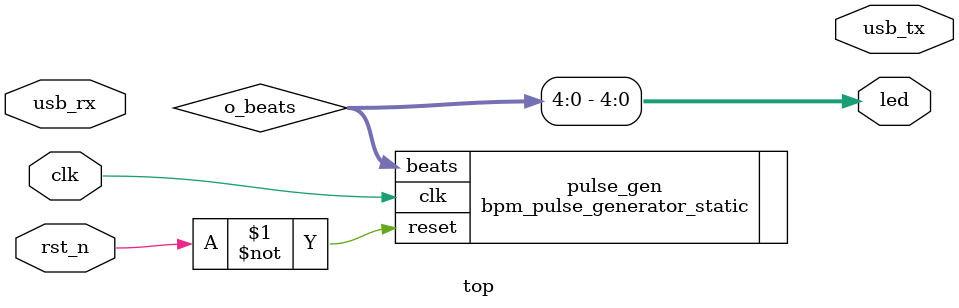
<source format=v>
module top (
    input clk,
    input rst_n,
    input usb_rx,
    output usb_tx,
    output [7:0] led
);
    wire [4:0] o_beats;

    bpm_pulse_generator_static #(
        .BPM(60)
    ) pulse_gen (
        .clk(clk),
        .reset(~rst_n),
        .beats(o_beats)
    );

    assign led[4:0] = o_beats;

endmodule

</source>
